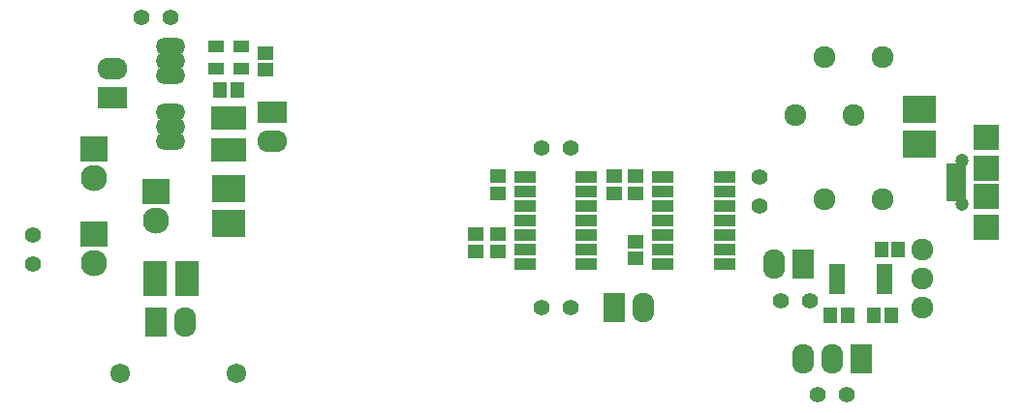
<source format=gbr>
%TF.GenerationSoftware,KiCad,Pcbnew,(2015-12-30 BZR 6409)-product*%
%TF.CreationDate,2016-01-04T10:25:45+01:00*%
%TF.ProjectId,transmitter,7472616E736D69747465722E6B696361,rev?*%
%TF.FileFunction,Soldermask,Bot*%
%FSLAX46Y46*%
G04 Gerber Fmt 4.6, Leading zero omitted, Abs format (unit mm)*
G04 Created by KiCad (PCBNEW (2015-12-30 BZR 6409)-product) date pon, 4 sty 2016, 10:25:45*
%MOMM*%
G01*
G04 APERTURE LIST*
%ADD10C,0.100000*%
%ADD11R,2.297380X2.297380*%
%ADD12R,1.748740X0.798780*%
%ADD13R,1.746200X0.798780*%
%ADD14C,1.197560*%
%ADD15R,1.400760X1.299160*%
%ADD16R,2.400000X2.300000*%
%ADD17C,2.300000*%
%ADD18O,2.600000X1.500000*%
%ADD19R,1.299160X1.400760*%
%ADD20R,3.092400X2.000200*%
%ADD21R,1.400000X0.650000*%
%ADD22R,1.924000X2.599640*%
%ADD23O,1.924000X2.599640*%
%ADD24R,2.899360X2.350720*%
%ADD25C,1.924000*%
%ADD26C,1.416000*%
%ADD27R,2.599640X1.924000*%
%ADD28O,2.599640X1.924000*%
%ADD29R,2.000200X3.092400*%
%ADD30C,1.720800*%
%ADD31R,1.900000X1.000000*%
%ADD32R,1.400000X1.000000*%
G04 APERTURE END LIST*
D10*
D11*
X138616000Y-99544120D03*
X138616000Y-101941880D03*
X138616000Y-104692700D03*
X138616000Y-96793300D03*
D12*
X135941380Y-99442520D03*
D13*
X135941380Y-100095300D03*
X135941380Y-100743000D03*
X135941380Y-101390700D03*
X135941380Y-102043480D03*
D14*
X136469700Y-102640380D03*
X136467160Y-98843080D03*
D15*
X107950000Y-107431840D03*
X107950000Y-105928160D03*
X106045000Y-101716840D03*
X106045000Y-100213160D03*
X95885000Y-106796840D03*
X95885000Y-105293160D03*
D16*
X60626000Y-105268000D03*
D17*
X60626000Y-107808000D03*
D18*
X67310000Y-97155000D03*
X67310000Y-95885000D03*
X67310000Y-94615000D03*
X67310000Y-88900000D03*
X67310000Y-90170000D03*
X67310000Y-91440000D03*
D19*
X130291840Y-112395000D03*
X128788160Y-112395000D03*
X130926840Y-106680000D03*
X129423160Y-106680000D03*
X124978160Y-112395000D03*
X126481840Y-112395000D03*
D15*
X93980000Y-106796840D03*
X93980000Y-105293160D03*
D19*
X71638160Y-92710000D03*
X73141840Y-92710000D03*
D15*
X75565000Y-90921840D03*
X75565000Y-89418160D03*
D20*
X72390000Y-97917000D03*
X72390000Y-95123000D03*
D21*
X129748100Y-108220000D03*
X129748100Y-108720000D03*
X129748100Y-109220000D03*
X129748100Y-109720000D03*
X129748100Y-110220000D03*
X125521900Y-110220000D03*
X125521900Y-109720000D03*
X125521900Y-109220000D03*
X125521900Y-108720000D03*
X125521900Y-108220000D03*
D22*
X122555000Y-107950000D03*
D23*
X120015000Y-107950000D03*
D16*
X60626000Y-97805000D03*
D17*
X60626000Y-100345000D03*
D15*
X95885000Y-101716840D03*
X95885000Y-100213160D03*
X107950000Y-101716840D03*
X107950000Y-100213160D03*
D24*
X132715000Y-97409000D03*
X132715000Y-94361000D03*
X72390000Y-104394000D03*
X72390000Y-101346000D03*
D25*
X133000000Y-111760000D03*
X133000000Y-109220000D03*
X133000000Y-106680000D03*
D16*
X66040000Y-101600000D03*
D17*
X66040000Y-104140000D03*
D22*
X127635000Y-116205000D03*
D23*
X125095000Y-116205000D03*
X122555000Y-116205000D03*
D26*
X99695000Y-111760000D03*
X102235000Y-111760000D03*
X123825000Y-119380000D03*
X126365000Y-119380000D03*
X118745000Y-100330000D03*
X118745000Y-102870000D03*
X123190000Y-111125000D03*
X120650000Y-111125000D03*
D22*
X106045000Y-111760000D03*
D23*
X108585000Y-111760000D03*
D26*
X99695000Y-97790000D03*
X102235000Y-97790000D03*
D27*
X62230000Y-93345000D03*
D28*
X62230000Y-90805000D03*
D22*
X66040000Y-113030000D03*
D23*
X68580000Y-113030000D03*
D26*
X67310000Y-86360000D03*
X64770000Y-86360000D03*
X55245000Y-105410000D03*
X55245000Y-107950000D03*
D27*
X76200000Y-94615000D03*
D28*
X76200000Y-97155000D03*
D29*
X65913000Y-109220000D03*
X68707000Y-109220000D03*
D30*
X62865000Y-117475000D03*
X73025000Y-117475000D03*
D25*
X129540000Y-89789000D03*
X127000000Y-94869000D03*
X129540000Y-102235000D03*
X124460000Y-89789000D03*
X121920000Y-94869000D03*
X124460000Y-102235000D03*
D31*
X110330000Y-107950000D03*
X110330000Y-106680000D03*
X110330000Y-105410000D03*
X110330000Y-104140000D03*
X110330000Y-102870000D03*
X110330000Y-101600000D03*
X110330000Y-100330000D03*
X115730000Y-100330000D03*
X115730000Y-101600000D03*
X115730000Y-102870000D03*
X115730000Y-104140000D03*
X115730000Y-105410000D03*
X115730000Y-106680000D03*
X115730000Y-107950000D03*
X98265000Y-107950000D03*
X98265000Y-106680000D03*
X98265000Y-105410000D03*
X98265000Y-104140000D03*
X98265000Y-102870000D03*
X98265000Y-101600000D03*
X98265000Y-100330000D03*
X103665000Y-100330000D03*
X103665000Y-101600000D03*
X103665000Y-102870000D03*
X103665000Y-104140000D03*
X103665000Y-105410000D03*
X103665000Y-106680000D03*
X103665000Y-107950000D03*
D32*
X73490000Y-88900000D03*
X71290000Y-88900000D03*
X71290000Y-90805000D03*
X73490000Y-90805000D03*
M02*

</source>
